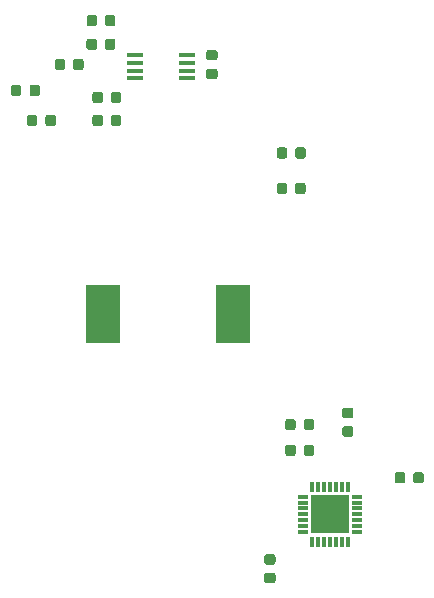
<source format=gbr>
G04 #@! TF.GenerationSoftware,KiCad,Pcbnew,(5.1.5)-3*
G04 #@! TF.CreationDate,2020-04-08T11:42:18+02:00*
G04 #@! TF.ProjectId,sensing_PMU,73656e73-696e-4675-9f50-4d552e6b6963,0.0*
G04 #@! TF.SameCoordinates,Original*
G04 #@! TF.FileFunction,Paste,Top*
G04 #@! TF.FilePolarity,Positive*
%FSLAX46Y46*%
G04 Gerber Fmt 4.6, Leading zero omitted, Abs format (unit mm)*
G04 Created by KiCad (PCBNEW (5.1.5)-3) date 2020-04-08 11:42:18*
%MOMM*%
%LPD*%
G04 APERTURE LIST*
%ADD10R,3.000000X5.000000*%
%ADD11C,0.100000*%
%ADD12R,1.400000X0.450000*%
%ADD13R,3.250000X3.250000*%
%ADD14R,0.900000X0.300000*%
%ADD15R,0.300000X0.900000*%
G04 APERTURE END LIST*
D10*
X167450000Y-71200000D03*
X156450000Y-71200000D03*
D11*
G36*
X172572691Y-80126053D02*
G01*
X172593926Y-80129203D01*
X172614750Y-80134419D01*
X172634962Y-80141651D01*
X172654368Y-80150830D01*
X172672781Y-80161866D01*
X172690024Y-80174654D01*
X172705930Y-80189070D01*
X172720346Y-80204976D01*
X172733134Y-80222219D01*
X172744170Y-80240632D01*
X172753349Y-80260038D01*
X172760581Y-80280250D01*
X172765797Y-80301074D01*
X172768947Y-80322309D01*
X172770000Y-80343750D01*
X172770000Y-80856250D01*
X172768947Y-80877691D01*
X172765797Y-80898926D01*
X172760581Y-80919750D01*
X172753349Y-80939962D01*
X172744170Y-80959368D01*
X172733134Y-80977781D01*
X172720346Y-80995024D01*
X172705930Y-81010930D01*
X172690024Y-81025346D01*
X172672781Y-81038134D01*
X172654368Y-81049170D01*
X172634962Y-81058349D01*
X172614750Y-81065581D01*
X172593926Y-81070797D01*
X172572691Y-81073947D01*
X172551250Y-81075000D01*
X172113750Y-81075000D01*
X172092309Y-81073947D01*
X172071074Y-81070797D01*
X172050250Y-81065581D01*
X172030038Y-81058349D01*
X172010632Y-81049170D01*
X171992219Y-81038134D01*
X171974976Y-81025346D01*
X171959070Y-81010930D01*
X171944654Y-80995024D01*
X171931866Y-80977781D01*
X171920830Y-80959368D01*
X171911651Y-80939962D01*
X171904419Y-80919750D01*
X171899203Y-80898926D01*
X171896053Y-80877691D01*
X171895000Y-80856250D01*
X171895000Y-80343750D01*
X171896053Y-80322309D01*
X171899203Y-80301074D01*
X171904419Y-80280250D01*
X171911651Y-80260038D01*
X171920830Y-80240632D01*
X171931866Y-80222219D01*
X171944654Y-80204976D01*
X171959070Y-80189070D01*
X171974976Y-80174654D01*
X171992219Y-80161866D01*
X172010632Y-80150830D01*
X172030038Y-80141651D01*
X172050250Y-80134419D01*
X172071074Y-80129203D01*
X172092309Y-80126053D01*
X172113750Y-80125000D01*
X172551250Y-80125000D01*
X172572691Y-80126053D01*
G37*
G36*
X174147691Y-80126053D02*
G01*
X174168926Y-80129203D01*
X174189750Y-80134419D01*
X174209962Y-80141651D01*
X174229368Y-80150830D01*
X174247781Y-80161866D01*
X174265024Y-80174654D01*
X174280930Y-80189070D01*
X174295346Y-80204976D01*
X174308134Y-80222219D01*
X174319170Y-80240632D01*
X174328349Y-80260038D01*
X174335581Y-80280250D01*
X174340797Y-80301074D01*
X174343947Y-80322309D01*
X174345000Y-80343750D01*
X174345000Y-80856250D01*
X174343947Y-80877691D01*
X174340797Y-80898926D01*
X174335581Y-80919750D01*
X174328349Y-80939962D01*
X174319170Y-80959368D01*
X174308134Y-80977781D01*
X174295346Y-80995024D01*
X174280930Y-81010930D01*
X174265024Y-81025346D01*
X174247781Y-81038134D01*
X174229368Y-81049170D01*
X174209962Y-81058349D01*
X174189750Y-81065581D01*
X174168926Y-81070797D01*
X174147691Y-81073947D01*
X174126250Y-81075000D01*
X173688750Y-81075000D01*
X173667309Y-81073947D01*
X173646074Y-81070797D01*
X173625250Y-81065581D01*
X173605038Y-81058349D01*
X173585632Y-81049170D01*
X173567219Y-81038134D01*
X173549976Y-81025346D01*
X173534070Y-81010930D01*
X173519654Y-80995024D01*
X173506866Y-80977781D01*
X173495830Y-80959368D01*
X173486651Y-80939962D01*
X173479419Y-80919750D01*
X173474203Y-80898926D01*
X173471053Y-80877691D01*
X173470000Y-80856250D01*
X173470000Y-80343750D01*
X173471053Y-80322309D01*
X173474203Y-80301074D01*
X173479419Y-80280250D01*
X173486651Y-80260038D01*
X173495830Y-80240632D01*
X173506866Y-80222219D01*
X173519654Y-80204976D01*
X173534070Y-80189070D01*
X173549976Y-80174654D01*
X173567219Y-80161866D01*
X173585632Y-80150830D01*
X173605038Y-80141651D01*
X173625250Y-80134419D01*
X173646074Y-80129203D01*
X173667309Y-80126053D01*
X173688750Y-80125000D01*
X174126250Y-80125000D01*
X174147691Y-80126053D01*
G37*
D12*
X163600000Y-49325000D03*
X163600000Y-49975000D03*
X163600000Y-50625000D03*
X163600000Y-51275000D03*
X159200000Y-51275000D03*
X159200000Y-50625000D03*
X159200000Y-49975000D03*
X159200000Y-49325000D03*
D11*
G36*
X177477691Y-79176053D02*
G01*
X177498926Y-79179203D01*
X177519750Y-79184419D01*
X177539962Y-79191651D01*
X177559368Y-79200830D01*
X177577781Y-79211866D01*
X177595024Y-79224654D01*
X177610930Y-79239070D01*
X177625346Y-79254976D01*
X177638134Y-79272219D01*
X177649170Y-79290632D01*
X177658349Y-79310038D01*
X177665581Y-79330250D01*
X177670797Y-79351074D01*
X177673947Y-79372309D01*
X177675000Y-79393750D01*
X177675000Y-79831250D01*
X177673947Y-79852691D01*
X177670797Y-79873926D01*
X177665581Y-79894750D01*
X177658349Y-79914962D01*
X177649170Y-79934368D01*
X177638134Y-79952781D01*
X177625346Y-79970024D01*
X177610930Y-79985930D01*
X177595024Y-80000346D01*
X177577781Y-80013134D01*
X177559368Y-80024170D01*
X177539962Y-80033349D01*
X177519750Y-80040581D01*
X177498926Y-80045797D01*
X177477691Y-80048947D01*
X177456250Y-80050000D01*
X176943750Y-80050000D01*
X176922309Y-80048947D01*
X176901074Y-80045797D01*
X176880250Y-80040581D01*
X176860038Y-80033349D01*
X176840632Y-80024170D01*
X176822219Y-80013134D01*
X176804976Y-80000346D01*
X176789070Y-79985930D01*
X176774654Y-79970024D01*
X176761866Y-79952781D01*
X176750830Y-79934368D01*
X176741651Y-79914962D01*
X176734419Y-79894750D01*
X176729203Y-79873926D01*
X176726053Y-79852691D01*
X176725000Y-79831250D01*
X176725000Y-79393750D01*
X176726053Y-79372309D01*
X176729203Y-79351074D01*
X176734419Y-79330250D01*
X176741651Y-79310038D01*
X176750830Y-79290632D01*
X176761866Y-79272219D01*
X176774654Y-79254976D01*
X176789070Y-79239070D01*
X176804976Y-79224654D01*
X176822219Y-79211866D01*
X176840632Y-79200830D01*
X176860038Y-79191651D01*
X176880250Y-79184419D01*
X176901074Y-79179203D01*
X176922309Y-79176053D01*
X176943750Y-79175000D01*
X177456250Y-79175000D01*
X177477691Y-79176053D01*
G37*
G36*
X177477691Y-80751053D02*
G01*
X177498926Y-80754203D01*
X177519750Y-80759419D01*
X177539962Y-80766651D01*
X177559368Y-80775830D01*
X177577781Y-80786866D01*
X177595024Y-80799654D01*
X177610930Y-80814070D01*
X177625346Y-80829976D01*
X177638134Y-80847219D01*
X177649170Y-80865632D01*
X177658349Y-80885038D01*
X177665581Y-80905250D01*
X177670797Y-80926074D01*
X177673947Y-80947309D01*
X177675000Y-80968750D01*
X177675000Y-81406250D01*
X177673947Y-81427691D01*
X177670797Y-81448926D01*
X177665581Y-81469750D01*
X177658349Y-81489962D01*
X177649170Y-81509368D01*
X177638134Y-81527781D01*
X177625346Y-81545024D01*
X177610930Y-81560930D01*
X177595024Y-81575346D01*
X177577781Y-81588134D01*
X177559368Y-81599170D01*
X177539962Y-81608349D01*
X177519750Y-81615581D01*
X177498926Y-81620797D01*
X177477691Y-81623947D01*
X177456250Y-81625000D01*
X176943750Y-81625000D01*
X176922309Y-81623947D01*
X176901074Y-81620797D01*
X176880250Y-81615581D01*
X176860038Y-81608349D01*
X176840632Y-81599170D01*
X176822219Y-81588134D01*
X176804976Y-81575346D01*
X176789070Y-81560930D01*
X176774654Y-81545024D01*
X176761866Y-81527781D01*
X176750830Y-81509368D01*
X176741651Y-81489962D01*
X176734419Y-81469750D01*
X176729203Y-81448926D01*
X176726053Y-81427691D01*
X176725000Y-81406250D01*
X176725000Y-80968750D01*
X176726053Y-80947309D01*
X176729203Y-80926074D01*
X176734419Y-80905250D01*
X176741651Y-80885038D01*
X176750830Y-80865632D01*
X176761866Y-80847219D01*
X176774654Y-80829976D01*
X176789070Y-80814070D01*
X176804976Y-80799654D01*
X176822219Y-80786866D01*
X176840632Y-80775830D01*
X176860038Y-80766651D01*
X176880250Y-80759419D01*
X176901074Y-80754203D01*
X176922309Y-80751053D01*
X176943750Y-80750000D01*
X177456250Y-80750000D01*
X177477691Y-80751053D01*
G37*
G36*
X173427691Y-57126053D02*
G01*
X173448926Y-57129203D01*
X173469750Y-57134419D01*
X173489962Y-57141651D01*
X173509368Y-57150830D01*
X173527781Y-57161866D01*
X173545024Y-57174654D01*
X173560930Y-57189070D01*
X173575346Y-57204976D01*
X173588134Y-57222219D01*
X173599170Y-57240632D01*
X173608349Y-57260038D01*
X173615581Y-57280250D01*
X173620797Y-57301074D01*
X173623947Y-57322309D01*
X173625000Y-57343750D01*
X173625000Y-57856250D01*
X173623947Y-57877691D01*
X173620797Y-57898926D01*
X173615581Y-57919750D01*
X173608349Y-57939962D01*
X173599170Y-57959368D01*
X173588134Y-57977781D01*
X173575346Y-57995024D01*
X173560930Y-58010930D01*
X173545024Y-58025346D01*
X173527781Y-58038134D01*
X173509368Y-58049170D01*
X173489962Y-58058349D01*
X173469750Y-58065581D01*
X173448926Y-58070797D01*
X173427691Y-58073947D01*
X173406250Y-58075000D01*
X172968750Y-58075000D01*
X172947309Y-58073947D01*
X172926074Y-58070797D01*
X172905250Y-58065581D01*
X172885038Y-58058349D01*
X172865632Y-58049170D01*
X172847219Y-58038134D01*
X172829976Y-58025346D01*
X172814070Y-58010930D01*
X172799654Y-57995024D01*
X172786866Y-57977781D01*
X172775830Y-57959368D01*
X172766651Y-57939962D01*
X172759419Y-57919750D01*
X172754203Y-57898926D01*
X172751053Y-57877691D01*
X172750000Y-57856250D01*
X172750000Y-57343750D01*
X172751053Y-57322309D01*
X172754203Y-57301074D01*
X172759419Y-57280250D01*
X172766651Y-57260038D01*
X172775830Y-57240632D01*
X172786866Y-57222219D01*
X172799654Y-57204976D01*
X172814070Y-57189070D01*
X172829976Y-57174654D01*
X172847219Y-57161866D01*
X172865632Y-57150830D01*
X172885038Y-57141651D01*
X172905250Y-57134419D01*
X172926074Y-57129203D01*
X172947309Y-57126053D01*
X172968750Y-57125000D01*
X173406250Y-57125000D01*
X173427691Y-57126053D01*
G37*
G36*
X171852691Y-57126053D02*
G01*
X171873926Y-57129203D01*
X171894750Y-57134419D01*
X171914962Y-57141651D01*
X171934368Y-57150830D01*
X171952781Y-57161866D01*
X171970024Y-57174654D01*
X171985930Y-57189070D01*
X172000346Y-57204976D01*
X172013134Y-57222219D01*
X172024170Y-57240632D01*
X172033349Y-57260038D01*
X172040581Y-57280250D01*
X172045797Y-57301074D01*
X172048947Y-57322309D01*
X172050000Y-57343750D01*
X172050000Y-57856250D01*
X172048947Y-57877691D01*
X172045797Y-57898926D01*
X172040581Y-57919750D01*
X172033349Y-57939962D01*
X172024170Y-57959368D01*
X172013134Y-57977781D01*
X172000346Y-57995024D01*
X171985930Y-58010930D01*
X171970024Y-58025346D01*
X171952781Y-58038134D01*
X171934368Y-58049170D01*
X171914962Y-58058349D01*
X171894750Y-58065581D01*
X171873926Y-58070797D01*
X171852691Y-58073947D01*
X171831250Y-58075000D01*
X171393750Y-58075000D01*
X171372309Y-58073947D01*
X171351074Y-58070797D01*
X171330250Y-58065581D01*
X171310038Y-58058349D01*
X171290632Y-58049170D01*
X171272219Y-58038134D01*
X171254976Y-58025346D01*
X171239070Y-58010930D01*
X171224654Y-57995024D01*
X171211866Y-57977781D01*
X171200830Y-57959368D01*
X171191651Y-57939962D01*
X171184419Y-57919750D01*
X171179203Y-57898926D01*
X171176053Y-57877691D01*
X171175000Y-57856250D01*
X171175000Y-57343750D01*
X171176053Y-57322309D01*
X171179203Y-57301074D01*
X171184419Y-57280250D01*
X171191651Y-57260038D01*
X171200830Y-57240632D01*
X171211866Y-57222219D01*
X171224654Y-57204976D01*
X171239070Y-57189070D01*
X171254976Y-57174654D01*
X171272219Y-57161866D01*
X171290632Y-57150830D01*
X171310038Y-57141651D01*
X171330250Y-57134419D01*
X171351074Y-57129203D01*
X171372309Y-57126053D01*
X171393750Y-57125000D01*
X171831250Y-57125000D01*
X171852691Y-57126053D01*
G37*
G36*
X171852691Y-60126053D02*
G01*
X171873926Y-60129203D01*
X171894750Y-60134419D01*
X171914962Y-60141651D01*
X171934368Y-60150830D01*
X171952781Y-60161866D01*
X171970024Y-60174654D01*
X171985930Y-60189070D01*
X172000346Y-60204976D01*
X172013134Y-60222219D01*
X172024170Y-60240632D01*
X172033349Y-60260038D01*
X172040581Y-60280250D01*
X172045797Y-60301074D01*
X172048947Y-60322309D01*
X172050000Y-60343750D01*
X172050000Y-60856250D01*
X172048947Y-60877691D01*
X172045797Y-60898926D01*
X172040581Y-60919750D01*
X172033349Y-60939962D01*
X172024170Y-60959368D01*
X172013134Y-60977781D01*
X172000346Y-60995024D01*
X171985930Y-61010930D01*
X171970024Y-61025346D01*
X171952781Y-61038134D01*
X171934368Y-61049170D01*
X171914962Y-61058349D01*
X171894750Y-61065581D01*
X171873926Y-61070797D01*
X171852691Y-61073947D01*
X171831250Y-61075000D01*
X171393750Y-61075000D01*
X171372309Y-61073947D01*
X171351074Y-61070797D01*
X171330250Y-61065581D01*
X171310038Y-61058349D01*
X171290632Y-61049170D01*
X171272219Y-61038134D01*
X171254976Y-61025346D01*
X171239070Y-61010930D01*
X171224654Y-60995024D01*
X171211866Y-60977781D01*
X171200830Y-60959368D01*
X171191651Y-60939962D01*
X171184419Y-60919750D01*
X171179203Y-60898926D01*
X171176053Y-60877691D01*
X171175000Y-60856250D01*
X171175000Y-60343750D01*
X171176053Y-60322309D01*
X171179203Y-60301074D01*
X171184419Y-60280250D01*
X171191651Y-60260038D01*
X171200830Y-60240632D01*
X171211866Y-60222219D01*
X171224654Y-60204976D01*
X171239070Y-60189070D01*
X171254976Y-60174654D01*
X171272219Y-60161866D01*
X171290632Y-60150830D01*
X171310038Y-60141651D01*
X171330250Y-60134419D01*
X171351074Y-60129203D01*
X171372309Y-60126053D01*
X171393750Y-60125000D01*
X171831250Y-60125000D01*
X171852691Y-60126053D01*
G37*
G36*
X173427691Y-60126053D02*
G01*
X173448926Y-60129203D01*
X173469750Y-60134419D01*
X173489962Y-60141651D01*
X173509368Y-60150830D01*
X173527781Y-60161866D01*
X173545024Y-60174654D01*
X173560930Y-60189070D01*
X173575346Y-60204976D01*
X173588134Y-60222219D01*
X173599170Y-60240632D01*
X173608349Y-60260038D01*
X173615581Y-60280250D01*
X173620797Y-60301074D01*
X173623947Y-60322309D01*
X173625000Y-60343750D01*
X173625000Y-60856250D01*
X173623947Y-60877691D01*
X173620797Y-60898926D01*
X173615581Y-60919750D01*
X173608349Y-60939962D01*
X173599170Y-60959368D01*
X173588134Y-60977781D01*
X173575346Y-60995024D01*
X173560930Y-61010930D01*
X173545024Y-61025346D01*
X173527781Y-61038134D01*
X173509368Y-61049170D01*
X173489962Y-61058349D01*
X173469750Y-61065581D01*
X173448926Y-61070797D01*
X173427691Y-61073947D01*
X173406250Y-61075000D01*
X172968750Y-61075000D01*
X172947309Y-61073947D01*
X172926074Y-61070797D01*
X172905250Y-61065581D01*
X172885038Y-61058349D01*
X172865632Y-61049170D01*
X172847219Y-61038134D01*
X172829976Y-61025346D01*
X172814070Y-61010930D01*
X172799654Y-60995024D01*
X172786866Y-60977781D01*
X172775830Y-60959368D01*
X172766651Y-60939962D01*
X172759419Y-60919750D01*
X172754203Y-60898926D01*
X172751053Y-60877691D01*
X172750000Y-60856250D01*
X172750000Y-60343750D01*
X172751053Y-60322309D01*
X172754203Y-60301074D01*
X172759419Y-60280250D01*
X172766651Y-60260038D01*
X172775830Y-60240632D01*
X172786866Y-60222219D01*
X172799654Y-60204976D01*
X172814070Y-60189070D01*
X172829976Y-60174654D01*
X172847219Y-60161866D01*
X172865632Y-60150830D01*
X172885038Y-60141651D01*
X172905250Y-60134419D01*
X172926074Y-60129203D01*
X172947309Y-60126053D01*
X172968750Y-60125000D01*
X173406250Y-60125000D01*
X173427691Y-60126053D01*
G37*
G36*
X157827691Y-54366053D02*
G01*
X157848926Y-54369203D01*
X157869750Y-54374419D01*
X157889962Y-54381651D01*
X157909368Y-54390830D01*
X157927781Y-54401866D01*
X157945024Y-54414654D01*
X157960930Y-54429070D01*
X157975346Y-54444976D01*
X157988134Y-54462219D01*
X157999170Y-54480632D01*
X158008349Y-54500038D01*
X158015581Y-54520250D01*
X158020797Y-54541074D01*
X158023947Y-54562309D01*
X158025000Y-54583750D01*
X158025000Y-55096250D01*
X158023947Y-55117691D01*
X158020797Y-55138926D01*
X158015581Y-55159750D01*
X158008349Y-55179962D01*
X157999170Y-55199368D01*
X157988134Y-55217781D01*
X157975346Y-55235024D01*
X157960930Y-55250930D01*
X157945024Y-55265346D01*
X157927781Y-55278134D01*
X157909368Y-55289170D01*
X157889962Y-55298349D01*
X157869750Y-55305581D01*
X157848926Y-55310797D01*
X157827691Y-55313947D01*
X157806250Y-55315000D01*
X157368750Y-55315000D01*
X157347309Y-55313947D01*
X157326074Y-55310797D01*
X157305250Y-55305581D01*
X157285038Y-55298349D01*
X157265632Y-55289170D01*
X157247219Y-55278134D01*
X157229976Y-55265346D01*
X157214070Y-55250930D01*
X157199654Y-55235024D01*
X157186866Y-55217781D01*
X157175830Y-55199368D01*
X157166651Y-55179962D01*
X157159419Y-55159750D01*
X157154203Y-55138926D01*
X157151053Y-55117691D01*
X157150000Y-55096250D01*
X157150000Y-54583750D01*
X157151053Y-54562309D01*
X157154203Y-54541074D01*
X157159419Y-54520250D01*
X157166651Y-54500038D01*
X157175830Y-54480632D01*
X157186866Y-54462219D01*
X157199654Y-54444976D01*
X157214070Y-54429070D01*
X157229976Y-54414654D01*
X157247219Y-54401866D01*
X157265632Y-54390830D01*
X157285038Y-54381651D01*
X157305250Y-54374419D01*
X157326074Y-54369203D01*
X157347309Y-54366053D01*
X157368750Y-54365000D01*
X157806250Y-54365000D01*
X157827691Y-54366053D01*
G37*
G36*
X156252691Y-54366053D02*
G01*
X156273926Y-54369203D01*
X156294750Y-54374419D01*
X156314962Y-54381651D01*
X156334368Y-54390830D01*
X156352781Y-54401866D01*
X156370024Y-54414654D01*
X156385930Y-54429070D01*
X156400346Y-54444976D01*
X156413134Y-54462219D01*
X156424170Y-54480632D01*
X156433349Y-54500038D01*
X156440581Y-54520250D01*
X156445797Y-54541074D01*
X156448947Y-54562309D01*
X156450000Y-54583750D01*
X156450000Y-55096250D01*
X156448947Y-55117691D01*
X156445797Y-55138926D01*
X156440581Y-55159750D01*
X156433349Y-55179962D01*
X156424170Y-55199368D01*
X156413134Y-55217781D01*
X156400346Y-55235024D01*
X156385930Y-55250930D01*
X156370024Y-55265346D01*
X156352781Y-55278134D01*
X156334368Y-55289170D01*
X156314962Y-55298349D01*
X156294750Y-55305581D01*
X156273926Y-55310797D01*
X156252691Y-55313947D01*
X156231250Y-55315000D01*
X155793750Y-55315000D01*
X155772309Y-55313947D01*
X155751074Y-55310797D01*
X155730250Y-55305581D01*
X155710038Y-55298349D01*
X155690632Y-55289170D01*
X155672219Y-55278134D01*
X155654976Y-55265346D01*
X155639070Y-55250930D01*
X155624654Y-55235024D01*
X155611866Y-55217781D01*
X155600830Y-55199368D01*
X155591651Y-55179962D01*
X155584419Y-55159750D01*
X155579203Y-55138926D01*
X155576053Y-55117691D01*
X155575000Y-55096250D01*
X155575000Y-54583750D01*
X155576053Y-54562309D01*
X155579203Y-54541074D01*
X155584419Y-54520250D01*
X155591651Y-54500038D01*
X155600830Y-54480632D01*
X155611866Y-54462219D01*
X155624654Y-54444976D01*
X155639070Y-54429070D01*
X155654976Y-54414654D01*
X155672219Y-54401866D01*
X155690632Y-54390830D01*
X155710038Y-54381651D01*
X155730250Y-54374419D01*
X155751074Y-54369203D01*
X155772309Y-54366053D01*
X155793750Y-54365000D01*
X156231250Y-54365000D01*
X156252691Y-54366053D01*
G37*
G36*
X152267691Y-54376053D02*
G01*
X152288926Y-54379203D01*
X152309750Y-54384419D01*
X152329962Y-54391651D01*
X152349368Y-54400830D01*
X152367781Y-54411866D01*
X152385024Y-54424654D01*
X152400930Y-54439070D01*
X152415346Y-54454976D01*
X152428134Y-54472219D01*
X152439170Y-54490632D01*
X152448349Y-54510038D01*
X152455581Y-54530250D01*
X152460797Y-54551074D01*
X152463947Y-54572309D01*
X152465000Y-54593750D01*
X152465000Y-55106250D01*
X152463947Y-55127691D01*
X152460797Y-55148926D01*
X152455581Y-55169750D01*
X152448349Y-55189962D01*
X152439170Y-55209368D01*
X152428134Y-55227781D01*
X152415346Y-55245024D01*
X152400930Y-55260930D01*
X152385024Y-55275346D01*
X152367781Y-55288134D01*
X152349368Y-55299170D01*
X152329962Y-55308349D01*
X152309750Y-55315581D01*
X152288926Y-55320797D01*
X152267691Y-55323947D01*
X152246250Y-55325000D01*
X151808750Y-55325000D01*
X151787309Y-55323947D01*
X151766074Y-55320797D01*
X151745250Y-55315581D01*
X151725038Y-55308349D01*
X151705632Y-55299170D01*
X151687219Y-55288134D01*
X151669976Y-55275346D01*
X151654070Y-55260930D01*
X151639654Y-55245024D01*
X151626866Y-55227781D01*
X151615830Y-55209368D01*
X151606651Y-55189962D01*
X151599419Y-55169750D01*
X151594203Y-55148926D01*
X151591053Y-55127691D01*
X151590000Y-55106250D01*
X151590000Y-54593750D01*
X151591053Y-54572309D01*
X151594203Y-54551074D01*
X151599419Y-54530250D01*
X151606651Y-54510038D01*
X151615830Y-54490632D01*
X151626866Y-54472219D01*
X151639654Y-54454976D01*
X151654070Y-54439070D01*
X151669976Y-54424654D01*
X151687219Y-54411866D01*
X151705632Y-54400830D01*
X151725038Y-54391651D01*
X151745250Y-54384419D01*
X151766074Y-54379203D01*
X151787309Y-54376053D01*
X151808750Y-54375000D01*
X152246250Y-54375000D01*
X152267691Y-54376053D01*
G37*
G36*
X150692691Y-54376053D02*
G01*
X150713926Y-54379203D01*
X150734750Y-54384419D01*
X150754962Y-54391651D01*
X150774368Y-54400830D01*
X150792781Y-54411866D01*
X150810024Y-54424654D01*
X150825930Y-54439070D01*
X150840346Y-54454976D01*
X150853134Y-54472219D01*
X150864170Y-54490632D01*
X150873349Y-54510038D01*
X150880581Y-54530250D01*
X150885797Y-54551074D01*
X150888947Y-54572309D01*
X150890000Y-54593750D01*
X150890000Y-55106250D01*
X150888947Y-55127691D01*
X150885797Y-55148926D01*
X150880581Y-55169750D01*
X150873349Y-55189962D01*
X150864170Y-55209368D01*
X150853134Y-55227781D01*
X150840346Y-55245024D01*
X150825930Y-55260930D01*
X150810024Y-55275346D01*
X150792781Y-55288134D01*
X150774368Y-55299170D01*
X150754962Y-55308349D01*
X150734750Y-55315581D01*
X150713926Y-55320797D01*
X150692691Y-55323947D01*
X150671250Y-55325000D01*
X150233750Y-55325000D01*
X150212309Y-55323947D01*
X150191074Y-55320797D01*
X150170250Y-55315581D01*
X150150038Y-55308349D01*
X150130632Y-55299170D01*
X150112219Y-55288134D01*
X150094976Y-55275346D01*
X150079070Y-55260930D01*
X150064654Y-55245024D01*
X150051866Y-55227781D01*
X150040830Y-55209368D01*
X150031651Y-55189962D01*
X150024419Y-55169750D01*
X150019203Y-55148926D01*
X150016053Y-55127691D01*
X150015000Y-55106250D01*
X150015000Y-54593750D01*
X150016053Y-54572309D01*
X150019203Y-54551074D01*
X150024419Y-54530250D01*
X150031651Y-54510038D01*
X150040830Y-54490632D01*
X150051866Y-54472219D01*
X150064654Y-54454976D01*
X150079070Y-54439070D01*
X150094976Y-54424654D01*
X150112219Y-54411866D01*
X150130632Y-54400830D01*
X150150038Y-54391651D01*
X150170250Y-54384419D01*
X150191074Y-54379203D01*
X150212309Y-54376053D01*
X150233750Y-54375000D01*
X150671250Y-54375000D01*
X150692691Y-54376053D01*
G37*
G36*
X155752691Y-45926053D02*
G01*
X155773926Y-45929203D01*
X155794750Y-45934419D01*
X155814962Y-45941651D01*
X155834368Y-45950830D01*
X155852781Y-45961866D01*
X155870024Y-45974654D01*
X155885930Y-45989070D01*
X155900346Y-46004976D01*
X155913134Y-46022219D01*
X155924170Y-46040632D01*
X155933349Y-46060038D01*
X155940581Y-46080250D01*
X155945797Y-46101074D01*
X155948947Y-46122309D01*
X155950000Y-46143750D01*
X155950000Y-46656250D01*
X155948947Y-46677691D01*
X155945797Y-46698926D01*
X155940581Y-46719750D01*
X155933349Y-46739962D01*
X155924170Y-46759368D01*
X155913134Y-46777781D01*
X155900346Y-46795024D01*
X155885930Y-46810930D01*
X155870024Y-46825346D01*
X155852781Y-46838134D01*
X155834368Y-46849170D01*
X155814962Y-46858349D01*
X155794750Y-46865581D01*
X155773926Y-46870797D01*
X155752691Y-46873947D01*
X155731250Y-46875000D01*
X155293750Y-46875000D01*
X155272309Y-46873947D01*
X155251074Y-46870797D01*
X155230250Y-46865581D01*
X155210038Y-46858349D01*
X155190632Y-46849170D01*
X155172219Y-46838134D01*
X155154976Y-46825346D01*
X155139070Y-46810930D01*
X155124654Y-46795024D01*
X155111866Y-46777781D01*
X155100830Y-46759368D01*
X155091651Y-46739962D01*
X155084419Y-46719750D01*
X155079203Y-46698926D01*
X155076053Y-46677691D01*
X155075000Y-46656250D01*
X155075000Y-46143750D01*
X155076053Y-46122309D01*
X155079203Y-46101074D01*
X155084419Y-46080250D01*
X155091651Y-46060038D01*
X155100830Y-46040632D01*
X155111866Y-46022219D01*
X155124654Y-46004976D01*
X155139070Y-45989070D01*
X155154976Y-45974654D01*
X155172219Y-45961866D01*
X155190632Y-45950830D01*
X155210038Y-45941651D01*
X155230250Y-45934419D01*
X155251074Y-45929203D01*
X155272309Y-45926053D01*
X155293750Y-45925000D01*
X155731250Y-45925000D01*
X155752691Y-45926053D01*
G37*
G36*
X157327691Y-45926053D02*
G01*
X157348926Y-45929203D01*
X157369750Y-45934419D01*
X157389962Y-45941651D01*
X157409368Y-45950830D01*
X157427781Y-45961866D01*
X157445024Y-45974654D01*
X157460930Y-45989070D01*
X157475346Y-46004976D01*
X157488134Y-46022219D01*
X157499170Y-46040632D01*
X157508349Y-46060038D01*
X157515581Y-46080250D01*
X157520797Y-46101074D01*
X157523947Y-46122309D01*
X157525000Y-46143750D01*
X157525000Y-46656250D01*
X157523947Y-46677691D01*
X157520797Y-46698926D01*
X157515581Y-46719750D01*
X157508349Y-46739962D01*
X157499170Y-46759368D01*
X157488134Y-46777781D01*
X157475346Y-46795024D01*
X157460930Y-46810930D01*
X157445024Y-46825346D01*
X157427781Y-46838134D01*
X157409368Y-46849170D01*
X157389962Y-46858349D01*
X157369750Y-46865581D01*
X157348926Y-46870797D01*
X157327691Y-46873947D01*
X157306250Y-46875000D01*
X156868750Y-46875000D01*
X156847309Y-46873947D01*
X156826074Y-46870797D01*
X156805250Y-46865581D01*
X156785038Y-46858349D01*
X156765632Y-46849170D01*
X156747219Y-46838134D01*
X156729976Y-46825346D01*
X156714070Y-46810930D01*
X156699654Y-46795024D01*
X156686866Y-46777781D01*
X156675830Y-46759368D01*
X156666651Y-46739962D01*
X156659419Y-46719750D01*
X156654203Y-46698926D01*
X156651053Y-46677691D01*
X156650000Y-46656250D01*
X156650000Y-46143750D01*
X156651053Y-46122309D01*
X156654203Y-46101074D01*
X156659419Y-46080250D01*
X156666651Y-46060038D01*
X156675830Y-46040632D01*
X156686866Y-46022219D01*
X156699654Y-46004976D01*
X156714070Y-45989070D01*
X156729976Y-45974654D01*
X156747219Y-45961866D01*
X156765632Y-45950830D01*
X156785038Y-45941651D01*
X156805250Y-45934419D01*
X156826074Y-45929203D01*
X156847309Y-45926053D01*
X156868750Y-45925000D01*
X157306250Y-45925000D01*
X157327691Y-45926053D01*
G37*
G36*
X149352691Y-51826053D02*
G01*
X149373926Y-51829203D01*
X149394750Y-51834419D01*
X149414962Y-51841651D01*
X149434368Y-51850830D01*
X149452781Y-51861866D01*
X149470024Y-51874654D01*
X149485930Y-51889070D01*
X149500346Y-51904976D01*
X149513134Y-51922219D01*
X149524170Y-51940632D01*
X149533349Y-51960038D01*
X149540581Y-51980250D01*
X149545797Y-52001074D01*
X149548947Y-52022309D01*
X149550000Y-52043750D01*
X149550000Y-52556250D01*
X149548947Y-52577691D01*
X149545797Y-52598926D01*
X149540581Y-52619750D01*
X149533349Y-52639962D01*
X149524170Y-52659368D01*
X149513134Y-52677781D01*
X149500346Y-52695024D01*
X149485930Y-52710930D01*
X149470024Y-52725346D01*
X149452781Y-52738134D01*
X149434368Y-52749170D01*
X149414962Y-52758349D01*
X149394750Y-52765581D01*
X149373926Y-52770797D01*
X149352691Y-52773947D01*
X149331250Y-52775000D01*
X148893750Y-52775000D01*
X148872309Y-52773947D01*
X148851074Y-52770797D01*
X148830250Y-52765581D01*
X148810038Y-52758349D01*
X148790632Y-52749170D01*
X148772219Y-52738134D01*
X148754976Y-52725346D01*
X148739070Y-52710930D01*
X148724654Y-52695024D01*
X148711866Y-52677781D01*
X148700830Y-52659368D01*
X148691651Y-52639962D01*
X148684419Y-52619750D01*
X148679203Y-52598926D01*
X148676053Y-52577691D01*
X148675000Y-52556250D01*
X148675000Y-52043750D01*
X148676053Y-52022309D01*
X148679203Y-52001074D01*
X148684419Y-51980250D01*
X148691651Y-51960038D01*
X148700830Y-51940632D01*
X148711866Y-51922219D01*
X148724654Y-51904976D01*
X148739070Y-51889070D01*
X148754976Y-51874654D01*
X148772219Y-51861866D01*
X148790632Y-51850830D01*
X148810038Y-51841651D01*
X148830250Y-51834419D01*
X148851074Y-51829203D01*
X148872309Y-51826053D01*
X148893750Y-51825000D01*
X149331250Y-51825000D01*
X149352691Y-51826053D01*
G37*
G36*
X150927691Y-51826053D02*
G01*
X150948926Y-51829203D01*
X150969750Y-51834419D01*
X150989962Y-51841651D01*
X151009368Y-51850830D01*
X151027781Y-51861866D01*
X151045024Y-51874654D01*
X151060930Y-51889070D01*
X151075346Y-51904976D01*
X151088134Y-51922219D01*
X151099170Y-51940632D01*
X151108349Y-51960038D01*
X151115581Y-51980250D01*
X151120797Y-52001074D01*
X151123947Y-52022309D01*
X151125000Y-52043750D01*
X151125000Y-52556250D01*
X151123947Y-52577691D01*
X151120797Y-52598926D01*
X151115581Y-52619750D01*
X151108349Y-52639962D01*
X151099170Y-52659368D01*
X151088134Y-52677781D01*
X151075346Y-52695024D01*
X151060930Y-52710930D01*
X151045024Y-52725346D01*
X151027781Y-52738134D01*
X151009368Y-52749170D01*
X150989962Y-52758349D01*
X150969750Y-52765581D01*
X150948926Y-52770797D01*
X150927691Y-52773947D01*
X150906250Y-52775000D01*
X150468750Y-52775000D01*
X150447309Y-52773947D01*
X150426074Y-52770797D01*
X150405250Y-52765581D01*
X150385038Y-52758349D01*
X150365632Y-52749170D01*
X150347219Y-52738134D01*
X150329976Y-52725346D01*
X150314070Y-52710930D01*
X150299654Y-52695024D01*
X150286866Y-52677781D01*
X150275830Y-52659368D01*
X150266651Y-52639962D01*
X150259419Y-52619750D01*
X150254203Y-52598926D01*
X150251053Y-52577691D01*
X150250000Y-52556250D01*
X150250000Y-52043750D01*
X150251053Y-52022309D01*
X150254203Y-52001074D01*
X150259419Y-51980250D01*
X150266651Y-51960038D01*
X150275830Y-51940632D01*
X150286866Y-51922219D01*
X150299654Y-51904976D01*
X150314070Y-51889070D01*
X150329976Y-51874654D01*
X150347219Y-51861866D01*
X150365632Y-51850830D01*
X150385038Y-51841651D01*
X150405250Y-51834419D01*
X150426074Y-51829203D01*
X150447309Y-51826053D01*
X150468750Y-51825000D01*
X150906250Y-51825000D01*
X150927691Y-51826053D01*
G37*
G36*
X183427691Y-84636053D02*
G01*
X183448926Y-84639203D01*
X183469750Y-84644419D01*
X183489962Y-84651651D01*
X183509368Y-84660830D01*
X183527781Y-84671866D01*
X183545024Y-84684654D01*
X183560930Y-84699070D01*
X183575346Y-84714976D01*
X183588134Y-84732219D01*
X183599170Y-84750632D01*
X183608349Y-84770038D01*
X183615581Y-84790250D01*
X183620797Y-84811074D01*
X183623947Y-84832309D01*
X183625000Y-84853750D01*
X183625000Y-85366250D01*
X183623947Y-85387691D01*
X183620797Y-85408926D01*
X183615581Y-85429750D01*
X183608349Y-85449962D01*
X183599170Y-85469368D01*
X183588134Y-85487781D01*
X183575346Y-85505024D01*
X183560930Y-85520930D01*
X183545024Y-85535346D01*
X183527781Y-85548134D01*
X183509368Y-85559170D01*
X183489962Y-85568349D01*
X183469750Y-85575581D01*
X183448926Y-85580797D01*
X183427691Y-85583947D01*
X183406250Y-85585000D01*
X182968750Y-85585000D01*
X182947309Y-85583947D01*
X182926074Y-85580797D01*
X182905250Y-85575581D01*
X182885038Y-85568349D01*
X182865632Y-85559170D01*
X182847219Y-85548134D01*
X182829976Y-85535346D01*
X182814070Y-85520930D01*
X182799654Y-85505024D01*
X182786866Y-85487781D01*
X182775830Y-85469368D01*
X182766651Y-85449962D01*
X182759419Y-85429750D01*
X182754203Y-85408926D01*
X182751053Y-85387691D01*
X182750000Y-85366250D01*
X182750000Y-84853750D01*
X182751053Y-84832309D01*
X182754203Y-84811074D01*
X182759419Y-84790250D01*
X182766651Y-84770038D01*
X182775830Y-84750632D01*
X182786866Y-84732219D01*
X182799654Y-84714976D01*
X182814070Y-84699070D01*
X182829976Y-84684654D01*
X182847219Y-84671866D01*
X182865632Y-84660830D01*
X182885038Y-84651651D01*
X182905250Y-84644419D01*
X182926074Y-84639203D01*
X182947309Y-84636053D01*
X182968750Y-84635000D01*
X183406250Y-84635000D01*
X183427691Y-84636053D01*
G37*
G36*
X181852691Y-84636053D02*
G01*
X181873926Y-84639203D01*
X181894750Y-84644419D01*
X181914962Y-84651651D01*
X181934368Y-84660830D01*
X181952781Y-84671866D01*
X181970024Y-84684654D01*
X181985930Y-84699070D01*
X182000346Y-84714976D01*
X182013134Y-84732219D01*
X182024170Y-84750632D01*
X182033349Y-84770038D01*
X182040581Y-84790250D01*
X182045797Y-84811074D01*
X182048947Y-84832309D01*
X182050000Y-84853750D01*
X182050000Y-85366250D01*
X182048947Y-85387691D01*
X182045797Y-85408926D01*
X182040581Y-85429750D01*
X182033349Y-85449962D01*
X182024170Y-85469368D01*
X182013134Y-85487781D01*
X182000346Y-85505024D01*
X181985930Y-85520930D01*
X181970024Y-85535346D01*
X181952781Y-85548134D01*
X181934368Y-85559170D01*
X181914962Y-85568349D01*
X181894750Y-85575581D01*
X181873926Y-85580797D01*
X181852691Y-85583947D01*
X181831250Y-85585000D01*
X181393750Y-85585000D01*
X181372309Y-85583947D01*
X181351074Y-85580797D01*
X181330250Y-85575581D01*
X181310038Y-85568349D01*
X181290632Y-85559170D01*
X181272219Y-85548134D01*
X181254976Y-85535346D01*
X181239070Y-85520930D01*
X181224654Y-85505024D01*
X181211866Y-85487781D01*
X181200830Y-85469368D01*
X181191651Y-85449962D01*
X181184419Y-85429750D01*
X181179203Y-85408926D01*
X181176053Y-85387691D01*
X181175000Y-85366250D01*
X181175000Y-84853750D01*
X181176053Y-84832309D01*
X181179203Y-84811074D01*
X181184419Y-84790250D01*
X181191651Y-84770038D01*
X181200830Y-84750632D01*
X181211866Y-84732219D01*
X181224654Y-84714976D01*
X181239070Y-84699070D01*
X181254976Y-84684654D01*
X181272219Y-84671866D01*
X181290632Y-84660830D01*
X181310038Y-84651651D01*
X181330250Y-84644419D01*
X181351074Y-84639203D01*
X181372309Y-84636053D01*
X181393750Y-84635000D01*
X181831250Y-84635000D01*
X181852691Y-84636053D01*
G37*
G36*
X170877691Y-93151053D02*
G01*
X170898926Y-93154203D01*
X170919750Y-93159419D01*
X170939962Y-93166651D01*
X170959368Y-93175830D01*
X170977781Y-93186866D01*
X170995024Y-93199654D01*
X171010930Y-93214070D01*
X171025346Y-93229976D01*
X171038134Y-93247219D01*
X171049170Y-93265632D01*
X171058349Y-93285038D01*
X171065581Y-93305250D01*
X171070797Y-93326074D01*
X171073947Y-93347309D01*
X171075000Y-93368750D01*
X171075000Y-93806250D01*
X171073947Y-93827691D01*
X171070797Y-93848926D01*
X171065581Y-93869750D01*
X171058349Y-93889962D01*
X171049170Y-93909368D01*
X171038134Y-93927781D01*
X171025346Y-93945024D01*
X171010930Y-93960930D01*
X170995024Y-93975346D01*
X170977781Y-93988134D01*
X170959368Y-93999170D01*
X170939962Y-94008349D01*
X170919750Y-94015581D01*
X170898926Y-94020797D01*
X170877691Y-94023947D01*
X170856250Y-94025000D01*
X170343750Y-94025000D01*
X170322309Y-94023947D01*
X170301074Y-94020797D01*
X170280250Y-94015581D01*
X170260038Y-94008349D01*
X170240632Y-93999170D01*
X170222219Y-93988134D01*
X170204976Y-93975346D01*
X170189070Y-93960930D01*
X170174654Y-93945024D01*
X170161866Y-93927781D01*
X170150830Y-93909368D01*
X170141651Y-93889962D01*
X170134419Y-93869750D01*
X170129203Y-93848926D01*
X170126053Y-93827691D01*
X170125000Y-93806250D01*
X170125000Y-93368750D01*
X170126053Y-93347309D01*
X170129203Y-93326074D01*
X170134419Y-93305250D01*
X170141651Y-93285038D01*
X170150830Y-93265632D01*
X170161866Y-93247219D01*
X170174654Y-93229976D01*
X170189070Y-93214070D01*
X170204976Y-93199654D01*
X170222219Y-93186866D01*
X170240632Y-93175830D01*
X170260038Y-93166651D01*
X170280250Y-93159419D01*
X170301074Y-93154203D01*
X170322309Y-93151053D01*
X170343750Y-93150000D01*
X170856250Y-93150000D01*
X170877691Y-93151053D01*
G37*
G36*
X170877691Y-91576053D02*
G01*
X170898926Y-91579203D01*
X170919750Y-91584419D01*
X170939962Y-91591651D01*
X170959368Y-91600830D01*
X170977781Y-91611866D01*
X170995024Y-91624654D01*
X171010930Y-91639070D01*
X171025346Y-91654976D01*
X171038134Y-91672219D01*
X171049170Y-91690632D01*
X171058349Y-91710038D01*
X171065581Y-91730250D01*
X171070797Y-91751074D01*
X171073947Y-91772309D01*
X171075000Y-91793750D01*
X171075000Y-92231250D01*
X171073947Y-92252691D01*
X171070797Y-92273926D01*
X171065581Y-92294750D01*
X171058349Y-92314962D01*
X171049170Y-92334368D01*
X171038134Y-92352781D01*
X171025346Y-92370024D01*
X171010930Y-92385930D01*
X170995024Y-92400346D01*
X170977781Y-92413134D01*
X170959368Y-92424170D01*
X170939962Y-92433349D01*
X170919750Y-92440581D01*
X170898926Y-92445797D01*
X170877691Y-92448947D01*
X170856250Y-92450000D01*
X170343750Y-92450000D01*
X170322309Y-92448947D01*
X170301074Y-92445797D01*
X170280250Y-92440581D01*
X170260038Y-92433349D01*
X170240632Y-92424170D01*
X170222219Y-92413134D01*
X170204976Y-92400346D01*
X170189070Y-92385930D01*
X170174654Y-92370024D01*
X170161866Y-92352781D01*
X170150830Y-92334368D01*
X170141651Y-92314962D01*
X170134419Y-92294750D01*
X170129203Y-92273926D01*
X170126053Y-92252691D01*
X170125000Y-92231250D01*
X170125000Y-91793750D01*
X170126053Y-91772309D01*
X170129203Y-91751074D01*
X170134419Y-91730250D01*
X170141651Y-91710038D01*
X170150830Y-91690632D01*
X170161866Y-91672219D01*
X170174654Y-91654976D01*
X170189070Y-91639070D01*
X170204976Y-91624654D01*
X170222219Y-91611866D01*
X170240632Y-91600830D01*
X170260038Y-91591651D01*
X170280250Y-91584419D01*
X170301074Y-91579203D01*
X170322309Y-91576053D01*
X170343750Y-91575000D01*
X170856250Y-91575000D01*
X170877691Y-91576053D01*
G37*
G36*
X172582691Y-82296053D02*
G01*
X172603926Y-82299203D01*
X172624750Y-82304419D01*
X172644962Y-82311651D01*
X172664368Y-82320830D01*
X172682781Y-82331866D01*
X172700024Y-82344654D01*
X172715930Y-82359070D01*
X172730346Y-82374976D01*
X172743134Y-82392219D01*
X172754170Y-82410632D01*
X172763349Y-82430038D01*
X172770581Y-82450250D01*
X172775797Y-82471074D01*
X172778947Y-82492309D01*
X172780000Y-82513750D01*
X172780000Y-83026250D01*
X172778947Y-83047691D01*
X172775797Y-83068926D01*
X172770581Y-83089750D01*
X172763349Y-83109962D01*
X172754170Y-83129368D01*
X172743134Y-83147781D01*
X172730346Y-83165024D01*
X172715930Y-83180930D01*
X172700024Y-83195346D01*
X172682781Y-83208134D01*
X172664368Y-83219170D01*
X172644962Y-83228349D01*
X172624750Y-83235581D01*
X172603926Y-83240797D01*
X172582691Y-83243947D01*
X172561250Y-83245000D01*
X172123750Y-83245000D01*
X172102309Y-83243947D01*
X172081074Y-83240797D01*
X172060250Y-83235581D01*
X172040038Y-83228349D01*
X172020632Y-83219170D01*
X172002219Y-83208134D01*
X171984976Y-83195346D01*
X171969070Y-83180930D01*
X171954654Y-83165024D01*
X171941866Y-83147781D01*
X171930830Y-83129368D01*
X171921651Y-83109962D01*
X171914419Y-83089750D01*
X171909203Y-83068926D01*
X171906053Y-83047691D01*
X171905000Y-83026250D01*
X171905000Y-82513750D01*
X171906053Y-82492309D01*
X171909203Y-82471074D01*
X171914419Y-82450250D01*
X171921651Y-82430038D01*
X171930830Y-82410632D01*
X171941866Y-82392219D01*
X171954654Y-82374976D01*
X171969070Y-82359070D01*
X171984976Y-82344654D01*
X172002219Y-82331866D01*
X172020632Y-82320830D01*
X172040038Y-82311651D01*
X172060250Y-82304419D01*
X172081074Y-82299203D01*
X172102309Y-82296053D01*
X172123750Y-82295000D01*
X172561250Y-82295000D01*
X172582691Y-82296053D01*
G37*
G36*
X174157691Y-82296053D02*
G01*
X174178926Y-82299203D01*
X174199750Y-82304419D01*
X174219962Y-82311651D01*
X174239368Y-82320830D01*
X174257781Y-82331866D01*
X174275024Y-82344654D01*
X174290930Y-82359070D01*
X174305346Y-82374976D01*
X174318134Y-82392219D01*
X174329170Y-82410632D01*
X174338349Y-82430038D01*
X174345581Y-82450250D01*
X174350797Y-82471074D01*
X174353947Y-82492309D01*
X174355000Y-82513750D01*
X174355000Y-83026250D01*
X174353947Y-83047691D01*
X174350797Y-83068926D01*
X174345581Y-83089750D01*
X174338349Y-83109962D01*
X174329170Y-83129368D01*
X174318134Y-83147781D01*
X174305346Y-83165024D01*
X174290930Y-83180930D01*
X174275024Y-83195346D01*
X174257781Y-83208134D01*
X174239368Y-83219170D01*
X174219962Y-83228349D01*
X174199750Y-83235581D01*
X174178926Y-83240797D01*
X174157691Y-83243947D01*
X174136250Y-83245000D01*
X173698750Y-83245000D01*
X173677309Y-83243947D01*
X173656074Y-83240797D01*
X173635250Y-83235581D01*
X173615038Y-83228349D01*
X173595632Y-83219170D01*
X173577219Y-83208134D01*
X173559976Y-83195346D01*
X173544070Y-83180930D01*
X173529654Y-83165024D01*
X173516866Y-83147781D01*
X173505830Y-83129368D01*
X173496651Y-83109962D01*
X173489419Y-83089750D01*
X173484203Y-83068926D01*
X173481053Y-83047691D01*
X173480000Y-83026250D01*
X173480000Y-82513750D01*
X173481053Y-82492309D01*
X173484203Y-82471074D01*
X173489419Y-82450250D01*
X173496651Y-82430038D01*
X173505830Y-82410632D01*
X173516866Y-82392219D01*
X173529654Y-82374976D01*
X173544070Y-82359070D01*
X173559976Y-82344654D01*
X173577219Y-82331866D01*
X173595632Y-82320830D01*
X173615038Y-82311651D01*
X173635250Y-82304419D01*
X173656074Y-82299203D01*
X173677309Y-82296053D01*
X173698750Y-82295000D01*
X174136250Y-82295000D01*
X174157691Y-82296053D01*
G37*
G36*
X165967691Y-50461053D02*
G01*
X165988926Y-50464203D01*
X166009750Y-50469419D01*
X166029962Y-50476651D01*
X166049368Y-50485830D01*
X166067781Y-50496866D01*
X166085024Y-50509654D01*
X166100930Y-50524070D01*
X166115346Y-50539976D01*
X166128134Y-50557219D01*
X166139170Y-50575632D01*
X166148349Y-50595038D01*
X166155581Y-50615250D01*
X166160797Y-50636074D01*
X166163947Y-50657309D01*
X166165000Y-50678750D01*
X166165000Y-51116250D01*
X166163947Y-51137691D01*
X166160797Y-51158926D01*
X166155581Y-51179750D01*
X166148349Y-51199962D01*
X166139170Y-51219368D01*
X166128134Y-51237781D01*
X166115346Y-51255024D01*
X166100930Y-51270930D01*
X166085024Y-51285346D01*
X166067781Y-51298134D01*
X166049368Y-51309170D01*
X166029962Y-51318349D01*
X166009750Y-51325581D01*
X165988926Y-51330797D01*
X165967691Y-51333947D01*
X165946250Y-51335000D01*
X165433750Y-51335000D01*
X165412309Y-51333947D01*
X165391074Y-51330797D01*
X165370250Y-51325581D01*
X165350038Y-51318349D01*
X165330632Y-51309170D01*
X165312219Y-51298134D01*
X165294976Y-51285346D01*
X165279070Y-51270930D01*
X165264654Y-51255024D01*
X165251866Y-51237781D01*
X165240830Y-51219368D01*
X165231651Y-51199962D01*
X165224419Y-51179750D01*
X165219203Y-51158926D01*
X165216053Y-51137691D01*
X165215000Y-51116250D01*
X165215000Y-50678750D01*
X165216053Y-50657309D01*
X165219203Y-50636074D01*
X165224419Y-50615250D01*
X165231651Y-50595038D01*
X165240830Y-50575632D01*
X165251866Y-50557219D01*
X165264654Y-50539976D01*
X165279070Y-50524070D01*
X165294976Y-50509654D01*
X165312219Y-50496866D01*
X165330632Y-50485830D01*
X165350038Y-50476651D01*
X165370250Y-50469419D01*
X165391074Y-50464203D01*
X165412309Y-50461053D01*
X165433750Y-50460000D01*
X165946250Y-50460000D01*
X165967691Y-50461053D01*
G37*
G36*
X165967691Y-48886053D02*
G01*
X165988926Y-48889203D01*
X166009750Y-48894419D01*
X166029962Y-48901651D01*
X166049368Y-48910830D01*
X166067781Y-48921866D01*
X166085024Y-48934654D01*
X166100930Y-48949070D01*
X166115346Y-48964976D01*
X166128134Y-48982219D01*
X166139170Y-49000632D01*
X166148349Y-49020038D01*
X166155581Y-49040250D01*
X166160797Y-49061074D01*
X166163947Y-49082309D01*
X166165000Y-49103750D01*
X166165000Y-49541250D01*
X166163947Y-49562691D01*
X166160797Y-49583926D01*
X166155581Y-49604750D01*
X166148349Y-49624962D01*
X166139170Y-49644368D01*
X166128134Y-49662781D01*
X166115346Y-49680024D01*
X166100930Y-49695930D01*
X166085024Y-49710346D01*
X166067781Y-49723134D01*
X166049368Y-49734170D01*
X166029962Y-49743349D01*
X166009750Y-49750581D01*
X165988926Y-49755797D01*
X165967691Y-49758947D01*
X165946250Y-49760000D01*
X165433750Y-49760000D01*
X165412309Y-49758947D01*
X165391074Y-49755797D01*
X165370250Y-49750581D01*
X165350038Y-49743349D01*
X165330632Y-49734170D01*
X165312219Y-49723134D01*
X165294976Y-49710346D01*
X165279070Y-49695930D01*
X165264654Y-49680024D01*
X165251866Y-49662781D01*
X165240830Y-49644368D01*
X165231651Y-49624962D01*
X165224419Y-49604750D01*
X165219203Y-49583926D01*
X165216053Y-49562691D01*
X165215000Y-49541250D01*
X165215000Y-49103750D01*
X165216053Y-49082309D01*
X165219203Y-49061074D01*
X165224419Y-49040250D01*
X165231651Y-49020038D01*
X165240830Y-49000632D01*
X165251866Y-48982219D01*
X165264654Y-48964976D01*
X165279070Y-48949070D01*
X165294976Y-48934654D01*
X165312219Y-48921866D01*
X165330632Y-48910830D01*
X165350038Y-48901651D01*
X165370250Y-48894419D01*
X165391074Y-48889203D01*
X165412309Y-48886053D01*
X165433750Y-48885000D01*
X165946250Y-48885000D01*
X165967691Y-48886053D01*
G37*
G36*
X157827691Y-52426053D02*
G01*
X157848926Y-52429203D01*
X157869750Y-52434419D01*
X157889962Y-52441651D01*
X157909368Y-52450830D01*
X157927781Y-52461866D01*
X157945024Y-52474654D01*
X157960930Y-52489070D01*
X157975346Y-52504976D01*
X157988134Y-52522219D01*
X157999170Y-52540632D01*
X158008349Y-52560038D01*
X158015581Y-52580250D01*
X158020797Y-52601074D01*
X158023947Y-52622309D01*
X158025000Y-52643750D01*
X158025000Y-53156250D01*
X158023947Y-53177691D01*
X158020797Y-53198926D01*
X158015581Y-53219750D01*
X158008349Y-53239962D01*
X157999170Y-53259368D01*
X157988134Y-53277781D01*
X157975346Y-53295024D01*
X157960930Y-53310930D01*
X157945024Y-53325346D01*
X157927781Y-53338134D01*
X157909368Y-53349170D01*
X157889962Y-53358349D01*
X157869750Y-53365581D01*
X157848926Y-53370797D01*
X157827691Y-53373947D01*
X157806250Y-53375000D01*
X157368750Y-53375000D01*
X157347309Y-53373947D01*
X157326074Y-53370797D01*
X157305250Y-53365581D01*
X157285038Y-53358349D01*
X157265632Y-53349170D01*
X157247219Y-53338134D01*
X157229976Y-53325346D01*
X157214070Y-53310930D01*
X157199654Y-53295024D01*
X157186866Y-53277781D01*
X157175830Y-53259368D01*
X157166651Y-53239962D01*
X157159419Y-53219750D01*
X157154203Y-53198926D01*
X157151053Y-53177691D01*
X157150000Y-53156250D01*
X157150000Y-52643750D01*
X157151053Y-52622309D01*
X157154203Y-52601074D01*
X157159419Y-52580250D01*
X157166651Y-52560038D01*
X157175830Y-52540632D01*
X157186866Y-52522219D01*
X157199654Y-52504976D01*
X157214070Y-52489070D01*
X157229976Y-52474654D01*
X157247219Y-52461866D01*
X157265632Y-52450830D01*
X157285038Y-52441651D01*
X157305250Y-52434419D01*
X157326074Y-52429203D01*
X157347309Y-52426053D01*
X157368750Y-52425000D01*
X157806250Y-52425000D01*
X157827691Y-52426053D01*
G37*
G36*
X156252691Y-52426053D02*
G01*
X156273926Y-52429203D01*
X156294750Y-52434419D01*
X156314962Y-52441651D01*
X156334368Y-52450830D01*
X156352781Y-52461866D01*
X156370024Y-52474654D01*
X156385930Y-52489070D01*
X156400346Y-52504976D01*
X156413134Y-52522219D01*
X156424170Y-52540632D01*
X156433349Y-52560038D01*
X156440581Y-52580250D01*
X156445797Y-52601074D01*
X156448947Y-52622309D01*
X156450000Y-52643750D01*
X156450000Y-53156250D01*
X156448947Y-53177691D01*
X156445797Y-53198926D01*
X156440581Y-53219750D01*
X156433349Y-53239962D01*
X156424170Y-53259368D01*
X156413134Y-53277781D01*
X156400346Y-53295024D01*
X156385930Y-53310930D01*
X156370024Y-53325346D01*
X156352781Y-53338134D01*
X156334368Y-53349170D01*
X156314962Y-53358349D01*
X156294750Y-53365581D01*
X156273926Y-53370797D01*
X156252691Y-53373947D01*
X156231250Y-53375000D01*
X155793750Y-53375000D01*
X155772309Y-53373947D01*
X155751074Y-53370797D01*
X155730250Y-53365581D01*
X155710038Y-53358349D01*
X155690632Y-53349170D01*
X155672219Y-53338134D01*
X155654976Y-53325346D01*
X155639070Y-53310930D01*
X155624654Y-53295024D01*
X155611866Y-53277781D01*
X155600830Y-53259368D01*
X155591651Y-53239962D01*
X155584419Y-53219750D01*
X155579203Y-53198926D01*
X155576053Y-53177691D01*
X155575000Y-53156250D01*
X155575000Y-52643750D01*
X155576053Y-52622309D01*
X155579203Y-52601074D01*
X155584419Y-52580250D01*
X155591651Y-52560038D01*
X155600830Y-52540632D01*
X155611866Y-52522219D01*
X155624654Y-52504976D01*
X155639070Y-52489070D01*
X155654976Y-52474654D01*
X155672219Y-52461866D01*
X155690632Y-52450830D01*
X155710038Y-52441651D01*
X155730250Y-52434419D01*
X155751074Y-52429203D01*
X155772309Y-52426053D01*
X155793750Y-52425000D01*
X156231250Y-52425000D01*
X156252691Y-52426053D01*
G37*
G36*
X157315191Y-47926053D02*
G01*
X157336426Y-47929203D01*
X157357250Y-47934419D01*
X157377462Y-47941651D01*
X157396868Y-47950830D01*
X157415281Y-47961866D01*
X157432524Y-47974654D01*
X157448430Y-47989070D01*
X157462846Y-48004976D01*
X157475634Y-48022219D01*
X157486670Y-48040632D01*
X157495849Y-48060038D01*
X157503081Y-48080250D01*
X157508297Y-48101074D01*
X157511447Y-48122309D01*
X157512500Y-48143750D01*
X157512500Y-48656250D01*
X157511447Y-48677691D01*
X157508297Y-48698926D01*
X157503081Y-48719750D01*
X157495849Y-48739962D01*
X157486670Y-48759368D01*
X157475634Y-48777781D01*
X157462846Y-48795024D01*
X157448430Y-48810930D01*
X157432524Y-48825346D01*
X157415281Y-48838134D01*
X157396868Y-48849170D01*
X157377462Y-48858349D01*
X157357250Y-48865581D01*
X157336426Y-48870797D01*
X157315191Y-48873947D01*
X157293750Y-48875000D01*
X156856250Y-48875000D01*
X156834809Y-48873947D01*
X156813574Y-48870797D01*
X156792750Y-48865581D01*
X156772538Y-48858349D01*
X156753132Y-48849170D01*
X156734719Y-48838134D01*
X156717476Y-48825346D01*
X156701570Y-48810930D01*
X156687154Y-48795024D01*
X156674366Y-48777781D01*
X156663330Y-48759368D01*
X156654151Y-48739962D01*
X156646919Y-48719750D01*
X156641703Y-48698926D01*
X156638553Y-48677691D01*
X156637500Y-48656250D01*
X156637500Y-48143750D01*
X156638553Y-48122309D01*
X156641703Y-48101074D01*
X156646919Y-48080250D01*
X156654151Y-48060038D01*
X156663330Y-48040632D01*
X156674366Y-48022219D01*
X156687154Y-48004976D01*
X156701570Y-47989070D01*
X156717476Y-47974654D01*
X156734719Y-47961866D01*
X156753132Y-47950830D01*
X156772538Y-47941651D01*
X156792750Y-47934419D01*
X156813574Y-47929203D01*
X156834809Y-47926053D01*
X156856250Y-47925000D01*
X157293750Y-47925000D01*
X157315191Y-47926053D01*
G37*
G36*
X155740191Y-47926053D02*
G01*
X155761426Y-47929203D01*
X155782250Y-47934419D01*
X155802462Y-47941651D01*
X155821868Y-47950830D01*
X155840281Y-47961866D01*
X155857524Y-47974654D01*
X155873430Y-47989070D01*
X155887846Y-48004976D01*
X155900634Y-48022219D01*
X155911670Y-48040632D01*
X155920849Y-48060038D01*
X155928081Y-48080250D01*
X155933297Y-48101074D01*
X155936447Y-48122309D01*
X155937500Y-48143750D01*
X155937500Y-48656250D01*
X155936447Y-48677691D01*
X155933297Y-48698926D01*
X155928081Y-48719750D01*
X155920849Y-48739962D01*
X155911670Y-48759368D01*
X155900634Y-48777781D01*
X155887846Y-48795024D01*
X155873430Y-48810930D01*
X155857524Y-48825346D01*
X155840281Y-48838134D01*
X155821868Y-48849170D01*
X155802462Y-48858349D01*
X155782250Y-48865581D01*
X155761426Y-48870797D01*
X155740191Y-48873947D01*
X155718750Y-48875000D01*
X155281250Y-48875000D01*
X155259809Y-48873947D01*
X155238574Y-48870797D01*
X155217750Y-48865581D01*
X155197538Y-48858349D01*
X155178132Y-48849170D01*
X155159719Y-48838134D01*
X155142476Y-48825346D01*
X155126570Y-48810930D01*
X155112154Y-48795024D01*
X155099366Y-48777781D01*
X155088330Y-48759368D01*
X155079151Y-48739962D01*
X155071919Y-48719750D01*
X155066703Y-48698926D01*
X155063553Y-48677691D01*
X155062500Y-48656250D01*
X155062500Y-48143750D01*
X155063553Y-48122309D01*
X155066703Y-48101074D01*
X155071919Y-48080250D01*
X155079151Y-48060038D01*
X155088330Y-48040632D01*
X155099366Y-48022219D01*
X155112154Y-48004976D01*
X155126570Y-47989070D01*
X155142476Y-47974654D01*
X155159719Y-47961866D01*
X155178132Y-47950830D01*
X155197538Y-47941651D01*
X155217750Y-47934419D01*
X155238574Y-47929203D01*
X155259809Y-47926053D01*
X155281250Y-47925000D01*
X155718750Y-47925000D01*
X155740191Y-47926053D01*
G37*
G36*
X154627691Y-49626053D02*
G01*
X154648926Y-49629203D01*
X154669750Y-49634419D01*
X154689962Y-49641651D01*
X154709368Y-49650830D01*
X154727781Y-49661866D01*
X154745024Y-49674654D01*
X154760930Y-49689070D01*
X154775346Y-49704976D01*
X154788134Y-49722219D01*
X154799170Y-49740632D01*
X154808349Y-49760038D01*
X154815581Y-49780250D01*
X154820797Y-49801074D01*
X154823947Y-49822309D01*
X154825000Y-49843750D01*
X154825000Y-50356250D01*
X154823947Y-50377691D01*
X154820797Y-50398926D01*
X154815581Y-50419750D01*
X154808349Y-50439962D01*
X154799170Y-50459368D01*
X154788134Y-50477781D01*
X154775346Y-50495024D01*
X154760930Y-50510930D01*
X154745024Y-50525346D01*
X154727781Y-50538134D01*
X154709368Y-50549170D01*
X154689962Y-50558349D01*
X154669750Y-50565581D01*
X154648926Y-50570797D01*
X154627691Y-50573947D01*
X154606250Y-50575000D01*
X154168750Y-50575000D01*
X154147309Y-50573947D01*
X154126074Y-50570797D01*
X154105250Y-50565581D01*
X154085038Y-50558349D01*
X154065632Y-50549170D01*
X154047219Y-50538134D01*
X154029976Y-50525346D01*
X154014070Y-50510930D01*
X153999654Y-50495024D01*
X153986866Y-50477781D01*
X153975830Y-50459368D01*
X153966651Y-50439962D01*
X153959419Y-50419750D01*
X153954203Y-50398926D01*
X153951053Y-50377691D01*
X153950000Y-50356250D01*
X153950000Y-49843750D01*
X153951053Y-49822309D01*
X153954203Y-49801074D01*
X153959419Y-49780250D01*
X153966651Y-49760038D01*
X153975830Y-49740632D01*
X153986866Y-49722219D01*
X153999654Y-49704976D01*
X154014070Y-49689070D01*
X154029976Y-49674654D01*
X154047219Y-49661866D01*
X154065632Y-49650830D01*
X154085038Y-49641651D01*
X154105250Y-49634419D01*
X154126074Y-49629203D01*
X154147309Y-49626053D01*
X154168750Y-49625000D01*
X154606250Y-49625000D01*
X154627691Y-49626053D01*
G37*
G36*
X153052691Y-49626053D02*
G01*
X153073926Y-49629203D01*
X153094750Y-49634419D01*
X153114962Y-49641651D01*
X153134368Y-49650830D01*
X153152781Y-49661866D01*
X153170024Y-49674654D01*
X153185930Y-49689070D01*
X153200346Y-49704976D01*
X153213134Y-49722219D01*
X153224170Y-49740632D01*
X153233349Y-49760038D01*
X153240581Y-49780250D01*
X153245797Y-49801074D01*
X153248947Y-49822309D01*
X153250000Y-49843750D01*
X153250000Y-50356250D01*
X153248947Y-50377691D01*
X153245797Y-50398926D01*
X153240581Y-50419750D01*
X153233349Y-50439962D01*
X153224170Y-50459368D01*
X153213134Y-50477781D01*
X153200346Y-50495024D01*
X153185930Y-50510930D01*
X153170024Y-50525346D01*
X153152781Y-50538134D01*
X153134368Y-50549170D01*
X153114962Y-50558349D01*
X153094750Y-50565581D01*
X153073926Y-50570797D01*
X153052691Y-50573947D01*
X153031250Y-50575000D01*
X152593750Y-50575000D01*
X152572309Y-50573947D01*
X152551074Y-50570797D01*
X152530250Y-50565581D01*
X152510038Y-50558349D01*
X152490632Y-50549170D01*
X152472219Y-50538134D01*
X152454976Y-50525346D01*
X152439070Y-50510930D01*
X152424654Y-50495024D01*
X152411866Y-50477781D01*
X152400830Y-50459368D01*
X152391651Y-50439962D01*
X152384419Y-50419750D01*
X152379203Y-50398926D01*
X152376053Y-50377691D01*
X152375000Y-50356250D01*
X152375000Y-49843750D01*
X152376053Y-49822309D01*
X152379203Y-49801074D01*
X152384419Y-49780250D01*
X152391651Y-49760038D01*
X152400830Y-49740632D01*
X152411866Y-49722219D01*
X152424654Y-49704976D01*
X152439070Y-49689070D01*
X152454976Y-49674654D01*
X152472219Y-49661866D01*
X152490632Y-49650830D01*
X152510038Y-49641651D01*
X152530250Y-49634419D01*
X152551074Y-49629203D01*
X152572309Y-49626053D01*
X152593750Y-49625000D01*
X153031250Y-49625000D01*
X153052691Y-49626053D01*
G37*
D13*
X175700000Y-88200000D03*
D14*
X178000000Y-86700000D03*
X178000000Y-87200000D03*
X178000000Y-87700000D03*
X178000000Y-88200000D03*
X178000000Y-88700000D03*
X178000000Y-89200000D03*
X178000000Y-89700000D03*
D15*
X177200000Y-90500000D03*
X176700000Y-90500000D03*
X176200000Y-90500000D03*
X175700000Y-90500000D03*
X175200000Y-90500000D03*
X174700000Y-90500000D03*
X174200000Y-90500000D03*
D14*
X173400000Y-89700000D03*
X173400000Y-89200000D03*
X173400000Y-88700000D03*
X173400000Y-88200000D03*
X173400000Y-87700000D03*
X173400000Y-87200000D03*
X173400000Y-86700000D03*
D15*
X174200000Y-85900000D03*
X174700000Y-85900000D03*
X175200000Y-85900000D03*
X175700000Y-85900000D03*
X176200000Y-85900000D03*
X176700000Y-85900000D03*
X177200000Y-85900000D03*
M02*

</source>
